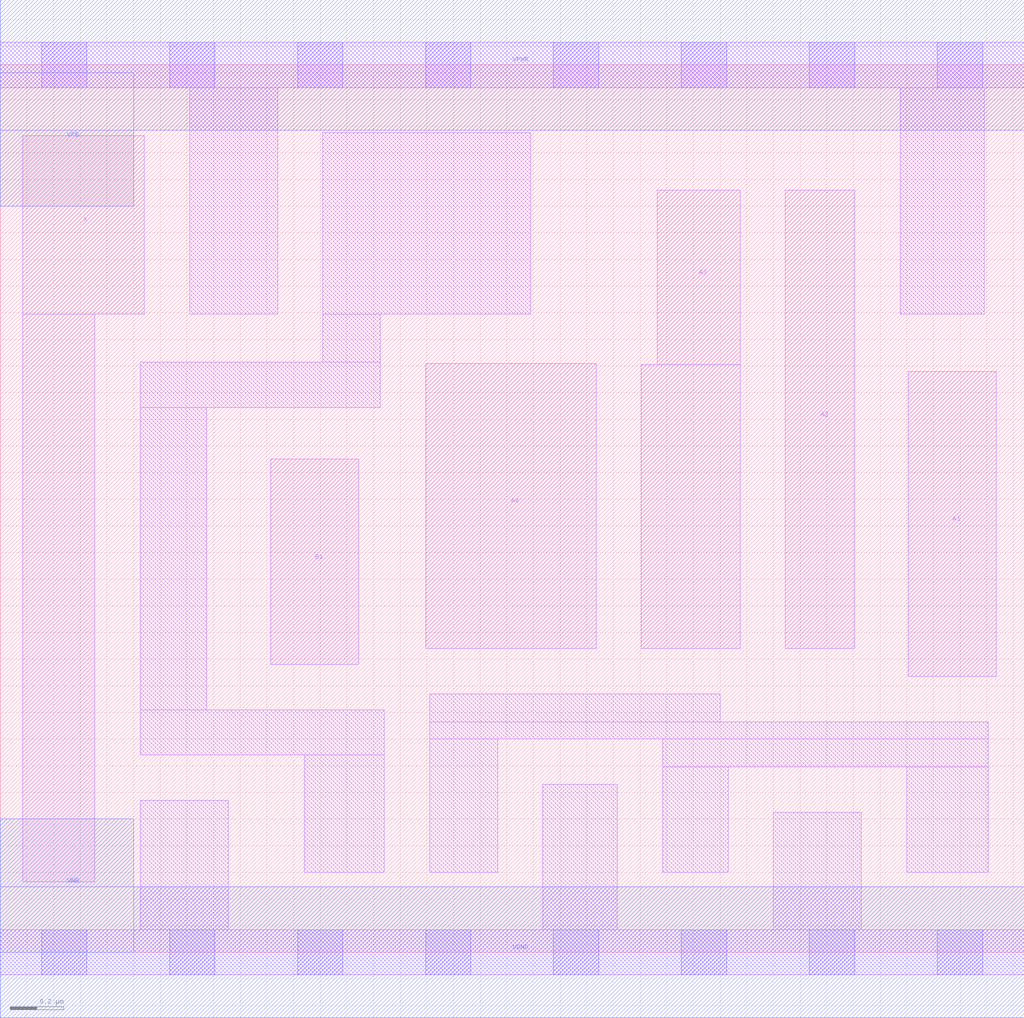
<source format=lef>
# Copyright 2020 The SkyWater PDK Authors
#
# Licensed under the Apache License, Version 2.0 (the "License");
# you may not use this file except in compliance with the License.
# You may obtain a copy of the License at
#
#     https://www.apache.org/licenses/LICENSE-2.0
#
# Unless required by applicable law or agreed to in writing, software
# distributed under the License is distributed on an "AS IS" BASIS,
# WITHOUT WARRANTIES OR CONDITIONS OF ANY KIND, either express or implied.
# See the License for the specific language governing permissions and
# limitations under the License.
#
# SPDX-License-Identifier: Apache-2.0

VERSION 5.5 ;
NAMESCASESENSITIVE ON ;
BUSBITCHARS "[]" ;
DIVIDERCHAR "/" ;
MACRO sky130_fd_sc_lp__o41a_0
  CLASS CORE ;
  SOURCE USER ;
  ORIGIN  0.000000  0.000000 ;
  SIZE  3.840000 BY  3.330000 ;
  SYMMETRY X Y R90 ;
  SITE unit ;
  PIN A1
    ANTENNAGATEAREA  0.159000 ;
    DIRECTION INPUT ;
    USE SIGNAL ;
    PORT
      LAYER li1 ;
        RECT 3.405000 1.035000 3.735000 2.180000 ;
    END
  END A1
  PIN A2
    ANTENNAGATEAREA  0.159000 ;
    DIRECTION INPUT ;
    USE SIGNAL ;
    PORT
      LAYER li1 ;
        RECT 2.945000 1.140000 3.205000 2.860000 ;
    END
  END A2
  PIN A3
    ANTENNAGATEAREA  0.159000 ;
    DIRECTION INPUT ;
    USE SIGNAL ;
    PORT
      LAYER li1 ;
        RECT 2.405000 1.140000 2.775000 2.205000 ;
        RECT 2.465000 2.205000 2.775000 2.860000 ;
    END
  END A3
  PIN A4
    ANTENNAGATEAREA  0.159000 ;
    DIRECTION INPUT ;
    USE SIGNAL ;
    PORT
      LAYER li1 ;
        RECT 1.595000 1.140000 2.235000 2.210000 ;
    END
  END A4
  PIN B1
    ANTENNAGATEAREA  0.159000 ;
    DIRECTION INPUT ;
    USE SIGNAL ;
    PORT
      LAYER li1 ;
        RECT 1.015000 1.080000 1.345000 1.850000 ;
    END
  END B1
  PIN X
    ANTENNADIFFAREA  0.280900 ;
    DIRECTION OUTPUT ;
    USE SIGNAL ;
    PORT
      LAYER li1 ;
        RECT 0.085000 0.265000 0.355000 2.395000 ;
        RECT 0.085000 2.395000 0.540000 3.065000 ;
    END
  END X
  PIN VGND
    DIRECTION INOUT ;
    USE GROUND ;
    PORT
      LAYER met1 ;
        RECT 0.000000 -0.245000 3.840000 0.245000 ;
    END
  END VGND
  PIN VNB
    DIRECTION INOUT ;
    USE GROUND ;
    PORT
      LAYER met1 ;
        RECT 0.000000 0.000000 0.500000 0.500000 ;
    END
  END VNB
  PIN VPB
    DIRECTION INOUT ;
    USE POWER ;
    PORT
      LAYER met1 ;
        RECT 0.000000 2.800000 0.500000 3.300000 ;
    END
  END VPB
  PIN VPWR
    DIRECTION INOUT ;
    USE POWER ;
    PORT
      LAYER met1 ;
        RECT 0.000000 3.085000 3.840000 3.575000 ;
    END
  END VPWR
  OBS
    LAYER li1 ;
      RECT 0.000000 -0.085000 3.840000 0.085000 ;
      RECT 0.000000  3.245000 3.840000 3.415000 ;
      RECT 0.525000  0.085000 0.855000 0.570000 ;
      RECT 0.525000  0.740000 1.440000 0.910000 ;
      RECT 0.525000  0.910000 0.775000 2.045000 ;
      RECT 0.525000  2.045000 1.425000 2.215000 ;
      RECT 0.710000  2.395000 1.040000 3.245000 ;
      RECT 1.140000  0.300000 1.440000 0.740000 ;
      RECT 1.210000  2.215000 1.425000 2.395000 ;
      RECT 1.210000  2.395000 1.990000 3.075000 ;
      RECT 1.610000  0.300000 1.865000 0.800000 ;
      RECT 1.610000  0.800000 3.705000 0.865000 ;
      RECT 1.610000  0.865000 2.700000 0.970000 ;
      RECT 2.035000  0.085000 2.315000 0.630000 ;
      RECT 2.485000  0.300000 2.730000 0.695000 ;
      RECT 2.485000  0.695000 3.705000 0.800000 ;
      RECT 2.900000  0.085000 3.230000 0.525000 ;
      RECT 3.375000  2.395000 3.690000 3.245000 ;
      RECT 3.400000  0.300000 3.705000 0.695000 ;
    LAYER mcon ;
      RECT 0.155000 -0.085000 0.325000 0.085000 ;
      RECT 0.155000  3.245000 0.325000 3.415000 ;
      RECT 0.635000 -0.085000 0.805000 0.085000 ;
      RECT 0.635000  3.245000 0.805000 3.415000 ;
      RECT 1.115000 -0.085000 1.285000 0.085000 ;
      RECT 1.115000  3.245000 1.285000 3.415000 ;
      RECT 1.595000 -0.085000 1.765000 0.085000 ;
      RECT 1.595000  3.245000 1.765000 3.415000 ;
      RECT 2.075000 -0.085000 2.245000 0.085000 ;
      RECT 2.075000  3.245000 2.245000 3.415000 ;
      RECT 2.555000 -0.085000 2.725000 0.085000 ;
      RECT 2.555000  3.245000 2.725000 3.415000 ;
      RECT 3.035000 -0.085000 3.205000 0.085000 ;
      RECT 3.035000  3.245000 3.205000 3.415000 ;
      RECT 3.515000 -0.085000 3.685000 0.085000 ;
      RECT 3.515000  3.245000 3.685000 3.415000 ;
  END
END sky130_fd_sc_lp__o41a_0
END LIBRARY

</source>
